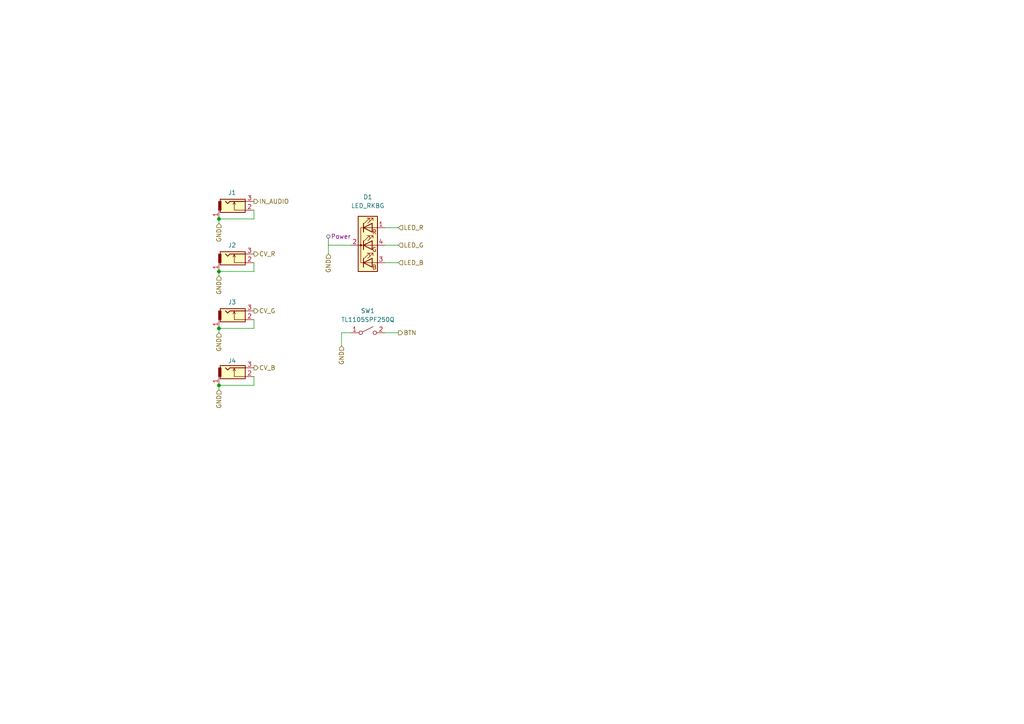
<source format=kicad_sch>
(kicad_sch (version 20250114) (generator "eeschema") (generator_version "9.0")
  (paper "A4")
  (title_block (title "Lights") (date "2025-10-13") (rev "v0.2") (company "Free Modular"))
  (lib_symbols
    (symbol "Device:LED_RKBG" (pin_names (offset 0) (hide yes))
      (property "Reference" "D" (at 0 9.398 0))
      (property "Value" "LED_RKBG" (at 0 -8.89 0))
      (symbol "LED_RKBG_0_0"
        (text "R" (at 1.905 3.81 0) (effects (font (size 1.27 1.27))))
        (text "G" (at 1.905 -1.27 0) (effects (font (size 1.27 1.27))))
        (text "B" (at 1.905 -6.35 0) (effects (font (size 1.27 1.27))))
      )
      (symbol "LED_RKBG_0_1"
        (circle (center -2.032 0) (radius 0.254) (fill (type outline)))
        (polyline (pts (xy -1.27 6.35) (xy -1.27 3.81)) (stroke (width 0.254)))
        (polyline (pts (xy -1.27 6.35) (xy -1.27 3.81) (xy -1.27 3.81)))
        (polyline (pts (xy -1.27 5.08) (xy 1.27 5.08)))
        (polyline (pts (xy -1.27 5.08) (xy -2.032 5.08) (xy -2.032 -5.08) (xy -1.016 -5.08)))
        (polyline (pts (xy -1.27 1.27) (xy -1.27 -1.27)) (stroke (width 0.254)))
        (polyline (pts (xy -1.27 1.27) (xy -1.27 -1.27) (xy -1.27 -1.27)))
        (polyline (pts (xy -1.27 0) (xy -2.54 0)))
        (polyline (pts (xy -1.27 -3.81) (xy -1.27 -6.35)) (stroke (width 0.254)))
        (polyline (pts (xy -1.27 -5.08) (xy 1.27 -5.08)))
        (polyline (pts (xy -1.016 6.35) (xy 0.508 7.874) (xy -0.254 7.874) (xy 0.508 7.874) (xy 0.508 7.112)))
        (polyline (pts (xy -1.016 1.27) (xy 0.508 2.794) (xy -0.254 2.794) (xy 0.508 2.794) (xy 0.508 2.032)))
        (polyline (pts (xy -1.016 -3.81) (xy 0.508 -2.286) (xy -0.254 -2.286) (xy 0.508 -2.286) (xy 0.508 -3.048)))
        (polyline (pts (xy 0 6.35) (xy 1.524 7.874) (xy 0.762 7.874) (xy 1.524 7.874) (xy 1.524 7.112)))
        (polyline (pts (xy 0 1.27) (xy 1.524 2.794) (xy 0.762 2.794) (xy 1.524 2.794) (xy 1.524 2.032)))
        (polyline (pts (xy 0 -3.81) (xy 1.524 -2.286) (xy 0.762 -2.286) (xy 1.524 -2.286) (xy 1.524 -3.048)))
        (polyline (pts (xy 1.27 6.35) (xy 1.27 3.81) (xy -1.27 5.08) (xy 1.27 6.35)) (stroke (width 0.254)))
        (rectangle (start 1.27 6.35) (end 1.27 6.35))
        (polyline (pts (xy 1.27 5.08) (xy 2.54 5.08)))
        (rectangle (start 1.27 3.81) (end 1.27 6.35))
        (polyline (pts (xy 1.27 1.27) (xy 1.27 -1.27) (xy -1.27 0) (xy 1.27 1.27)) (stroke (width 0.254)))
        (rectangle (start 1.27 1.27) (end 1.27 1.27))
        (polyline (pts (xy 1.27 0) (xy -1.27 0)))
        (polyline (pts (xy 1.27 0) (xy 2.54 0)))
        (rectangle (start 1.27 -1.27) (end 1.27 1.27))
        (polyline (pts (xy 1.27 -3.81) (xy 1.27 -6.35) (xy -1.27 -5.08) (xy 1.27 -3.81)) (stroke (width 0.254)))
        (polyline (pts (xy 1.27 -5.08) (xy 2.54 -5.08)))
        (rectangle (start 2.794 8.382) (end -2.794 -7.62) (stroke (width 0.254)) (fill (type background)))
      )
      (symbol "LED_RKBG_1_1"
        (pin passive line (at -5.08 0 0) (length 2.54) (name "K") (number "2"))
        (pin passive line (at 5.08 5.08 180) (length 2.54) (name "RA") (number "1"))
        (pin passive line (at 5.08 0 180) (length 2.54) (name "GA") (number "4"))
        (pin passive line (at 5.08 -5.08 180) (length 2.54) (name "BA") (number "3"))
      )
    )
    (symbol "FreeModular:THONKICONN" (pin_names (offset 1.016))
      (property "Reference" "J" (at -1.27 4.445 0))
      (symbol "THONKICONN_0_1"
        (rectangle (start -4.699 3.175) (end 2.54 -0.635) (stroke (width 0.254)) (fill (type background)))
        (rectangle (start -4.445 0) (end -5.207 2.54) (fill (type outline)))
        (polyline (pts (xy -0.635 2.413) (xy -0.254 1.651)))
        (polyline (pts (xy 2.54 2.54) (xy -1.905 2.54) (xy -2.54 1.905) (xy -3.175 2.54)) (stroke (width 0.254)))
        (polyline (pts (xy 2.54 0) (xy -0.635 0) (xy -0.635 2.413) (xy -1.016 1.651)))
      )
      (symbol "THONKICONN_1_1"
        (pin passive line (at -5.08 -2.54 90) (length 2.54) (name "~") (number "1"))
        (pin passive line (at 5.08 2.54 180) (length 2.54) (name "~") (number "3"))
        (pin passive line (at 5.08 0 180) (length 2.54) (name "~") (number "2"))
      )
    )
    (symbol "Switch:SW_SPST" (pin_names (offset 0) (hide yes))
      (property "Reference" "SW" (at 0 3.175 0))
      (property "Value" "SW_SPST" (at 0 -2.54 0))
      (symbol "SW_SPST_0_0"
        (circle (center -2.032 0) (radius 0.508))
        (polyline (pts (xy -1.524 0.254) (xy 1.524 1.778)))
        (circle (center 2.032 0) (radius 0.508))
      )
      (symbol "SW_SPST_1_1"
        (pin passive line (at -5.08 0 0) (length 2.54) (name "A") (number "1"))
        (pin passive line (at 5.08 0 180) (length 2.54) (name "B") (number "2"))
      )
    )
  )
  (junction (at 63.5 111.76))
  (junction (at 63.5 78.74))
  (junction (at 63.5 95.25))
  (junction (at 63.5 63.5))
  (wire (pts (xy 63.5 63.5) (xy 73.66 63.5)))
  (wire (pts (xy 95.25 71.12) (xy 101.6 71.12)))
  (wire (pts (xy 73.66 63.5) (xy 73.66 60.96)))
  (wire (pts (xy 63.5 80.01) (xy 63.5 78.74)))
  (wire (pts (xy 63.5 96.52) (xy 63.5 95.25)))
  (wire (pts (xy 73.66 95.25) (xy 73.66 92.71)))
  (wire (pts (xy 95.25 73.66) (xy 95.25 71.12)))
  (wire (pts (xy 63.5 78.74) (xy 73.66 78.74)))
  (wire (pts (xy 73.66 111.76) (xy 73.66 109.22)))
  (wire (pts (xy 73.66 78.74) (xy 73.66 76.2)))
  (wire (pts (xy 63.5 111.76) (xy 73.66 111.76)))
  (wire (pts (xy 63.5 64.77) (xy 63.5 63.5)))
  (wire (pts (xy 115.57 96.52) (xy 111.76 96.52)))
  (wire (pts (xy 99.06 96.52) (xy 99.06 100.33)))
  (wire (pts (xy 111.76 66.04) (xy 115.57 66.04)))
  (wire (pts (xy 99.06 96.52) (xy 101.6 96.52)))
  (wire (pts (xy 111.76 76.2) (xy 115.57 76.2)))
  (wire (pts (xy 63.5 113.03) (xy 63.5 111.76)))
  (wire (pts (xy 63.5 95.25) (xy 73.66 95.25)))
  (wire (pts (xy 111.76 71.12) (xy 115.57 71.12)))
  (hierarchical_label "GND" (shape input) (at 63.5 80.01 270))
  (hierarchical_label "GND" (shape input) (at 63.5 64.77 270))
  (hierarchical_label "CV_B" (shape output) (at 73.66 106.68 0))
  (hierarchical_label "GND" (shape input) (at 63.5 113.03 270))
  (hierarchical_label "LED_R" (shape input) (at 115.57 66.04 0))
  (hierarchical_label "LED_G" (shape input) (at 115.57 71.12 0))
  (hierarchical_label "CV_G" (shape output) (at 73.66 90.17 0))
  (hierarchical_label "LED_B" (shape input) (at 115.57 76.2 0))
  (hierarchical_label "GND" (shape input) (at 63.5 96.52 270))
  (hierarchical_label "GND" (shape input) (at 95.25 73.66 270))
  (hierarchical_label "BTN" (shape output) (at 115.57 96.52 0))
  (hierarchical_label "CV_R" (shape output) (at 73.66 73.66 0))
  (hierarchical_label "IN_AUDIO" (shape output) (at 73.66 58.42 0))
  (hierarchical_label "GND" (shape input) (at 99.06 100.33 270))
  (netclass_flag "" (length 2.54) (shape round) (at 95.25 71.12 0) (property "Netclass" "Power" (at 95.9485 68.58 0) (effects (justify left))))
  (symbol (lib_id "Switch:SW_SPST") (at 106.68 96.52 0) (unit 1)
    (property "Reference" "SW1" (at 106.68 90.17 0))
    (property "Value" "TL1105SPF250Q" (at 106.68 92.71 0))
    (property "Footprint" "Button_Switch_THT:SW_PUSH_6mm_H13mm" (effects (hide yes)))
    (property "Description" "Single Pole Single Throw (SPST) switch" (effects (hide yes)))
  )
  (symbol (lib_id "Device:LED_RKBG") (at 106.68 71.12 0) (unit 1)
    (property "Reference" "D1" (at 106.68 57.15 0))
    (property "Value" "LED_RKBG" (at 106.68 59.69 0))
    (property "Footprint" "LED_THT:LED_D5.0mm-4_RGB" (effects (hide yes)))
    (property "Description" "RGB LED, red/cathode/blue/green" (effects (hide yes)))
  )
  (symbol (lib_id "FreeModular:THONKICONN") (at 68.58 76.2 0) (unit 1)
    (property "Reference" "J2" (at 67.31 71.12 0))
    (property "Value" "THONKICONN" (effects (hide yes)))
    (property "Footprint" "FreeModular:THONKICONN" (effects (hide yes)))
    (property "Description" "2-pin audio jack receptable (mono/TS connector) with switching contact" (effects (hide yes)))
  )
  (symbol (lib_id "FreeModular:THONKICONN") (at 68.58 109.22 0) (unit 1)
    (property "Reference" "J4" (at 67.31 104.648 0))
    (property "Value" "THONKICONN" (effects (hide yes)))
    (property "Footprint" "FreeModular:THONKICONN" (effects (hide yes)))
    (property "Description" "2-pin audio jack receptable (mono/TS connector) with switching contact" (effects (hide yes)))
  )
  (symbol (lib_id "FreeModular:THONKICONN") (at 68.58 60.96 0) (unit 1)
    (property "Reference" "J1" (at 67.31 55.88 0))
    (property "Value" "THONKICONN" (effects (hide yes)))
    (property "Footprint" "FreeModular:THONKICONN" (effects (hide yes)))
    (property "Description" "2-pin audio jack receptable (mono/TS connector) with switching contact" (effects (hide yes)))
  )
  (symbol (lib_id "FreeModular:THONKICONN") (at 68.58 92.71 0) (unit 1)
    (property "Reference" "J3" (at 67.31 87.63 0))
    (property "Value" "THONKICONN" (effects (hide yes)))
    (property "Footprint" "FreeModular:THONKICONN" (effects (hide yes)))
    (property "Description" "2-pin audio jack receptable (mono/TS connector) with switching contact" (effects (hide yes)))
  )
)
</source>
